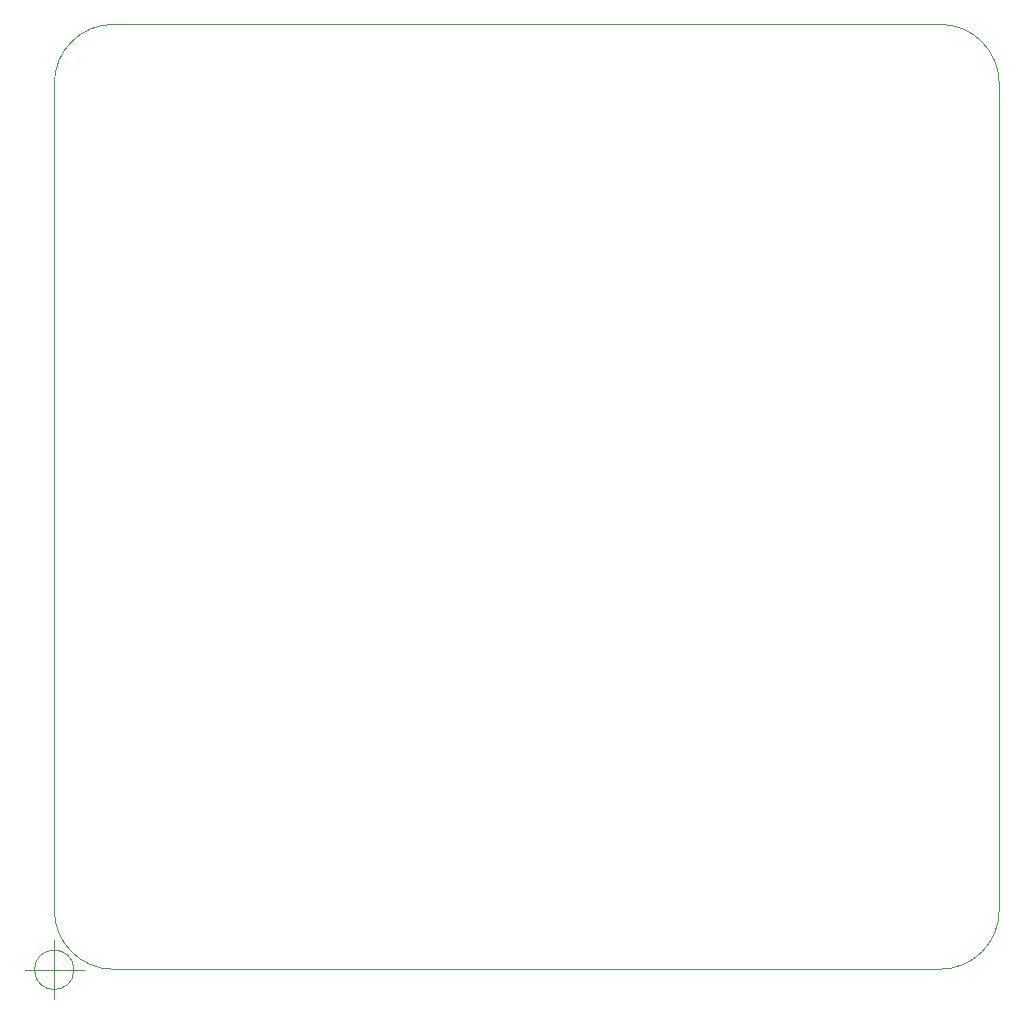
<source format=gm1>
G04 #@! TF.GenerationSoftware,KiCad,Pcbnew,6.0.7-f9a2dced07~116~ubuntu22.04.1*
G04 #@! TF.CreationDate,2022-10-14T15:58:08-07:00*
G04 #@! TF.ProjectId,ft2232-breakout,66743232-3332-42d6-9272-65616b6f7574,rev?*
G04 #@! TF.SameCoordinates,Original*
G04 #@! TF.FileFunction,Profile,NP*
%FSLAX46Y46*%
G04 Gerber Fmt 4.6, Leading zero omitted, Abs format (unit mm)*
G04 Created by KiCad (PCBNEW 6.0.7-f9a2dced07~116~ubuntu22.04.1) date 2022-10-14 15:58:08*
%MOMM*%
%LPD*%
G01*
G04 APERTURE LIST*
G04 #@! TA.AperFunction,Profile*
%ADD10C,0.050000*%
G04 #@! TD*
G04 APERTURE END LIST*
D10*
X130000000Y-130000000D02*
G75*
G03*
X135000000Y-125000000I0J5000000D01*
G01*
X55000000Y-125000000D02*
G75*
G03*
X60000000Y-130000000I5000000J0D01*
G01*
X60000000Y-130000000D02*
X130000000Y-130000000D01*
X135000000Y-125000000D02*
X135000000Y-55000000D01*
X55000000Y-55000000D02*
X55000000Y-125000000D01*
X135000000Y-55000000D02*
G75*
G03*
X130000000Y-50000000I-5000000J0D01*
G01*
X130000000Y-50000000D02*
X60000000Y-50000000D01*
X60000000Y-50000000D02*
G75*
G03*
X55000000Y-55000000I0J-5000000D01*
G01*
X56657666Y-130048000D02*
G75*
G03*
X56657666Y-130048000I-1666666J0D01*
G01*
X52491000Y-130048000D02*
X57491000Y-130048000D01*
X54991000Y-127548000D02*
X54991000Y-132548000D01*
M02*

</source>
